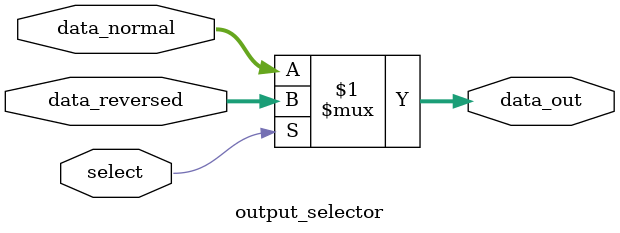
<source format=sv>
module dynamic_endian #(
    parameter WIDTH = 32
)(
    input  [WIDTH-1:0] data_in,
    input              reverse_en,
    output [WIDTH-1:0] data_out
);
    // 连接到位反转子模块的信号
    wire [WIDTH-1:0] reversed_data;
    
    // 位反转子模块实例化
    bit_reverser #(
        .WIDTH(WIDTH)
    ) bit_reverse_unit (
        .data_in (data_in),
        .data_out(reversed_data)
    );
    
    // 输出选择器子模块实例化
    output_selector #(
        .WIDTH(WIDTH)
    ) output_select_unit (
        .data_normal (data_in),
        .data_reversed(reversed_data),
        .select      (reverse_en),
        .data_out    (data_out)
    );
    
endmodule

//=============================================================================
// 位反转子模块
//=============================================================================
module bit_reverser #(
    parameter WIDTH = 32
)(
    input  [WIDTH-1:0] data_in,
    output [WIDTH-1:0] data_out
);
    // 优化的位反转逻辑
    genvar i;
    generate
        for (i = 0; i < WIDTH; i = i + 1) begin : gen_bit_reverse
            assign data_out[i] = data_in[WIDTH-1-i];
        end
    endgenerate
    
endmodule

//=============================================================================
// 输出选择器子模块
//=============================================================================
module output_selector #(
    parameter WIDTH = 32
)(
    input  [WIDTH-1:0] data_normal,
    input  [WIDTH-1:0] data_reversed,
    input              select,
    output [WIDTH-1:0] data_out
);
    // 使用连续赋值而非过程块，提高效率
    assign data_out = select ? data_reversed : data_normal;
    
endmodule
</source>
